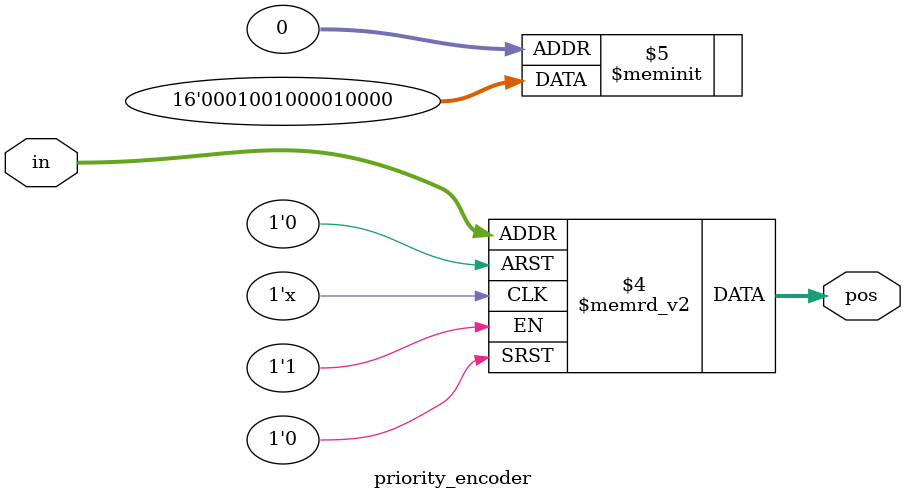
<source format=v>

module priority_encoder( 
    input [2:0] in,
    output reg [1:0] pos 
);

always @(*) begin
    case (in)
        3'b000: pos = 2'b00;
        3'b001: pos = 2'b00;
        3'b010: pos = 2'b01;
        3'b011: pos = 2'b00;
        3'b100: pos = 2'b10;
        3'b101: pos = 2'b00;
        3'b110: pos = 2'b01;
        3'b111: pos = 2'b00;
    endcase
end

endmodule
</source>
